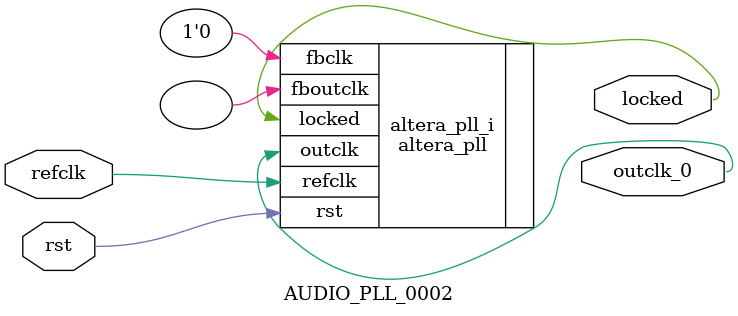
<source format=v>
`timescale 1ns/10ps
module  AUDIO_PLL_0002(

	// interface 'refclk'
	input wire refclk,

	// interface 'reset'
	input wire rst,

	// interface 'outclk0'
	output wire outclk_0,

	// interface 'locked'
	output wire locked
);

	altera_pll #(
		.fractional_vco_multiplier("false"),
		.reference_clock_frequency("50.0 MHz"),
		.operation_mode("direct"),
		.number_of_clocks(1),
		.output_clock_frequency0("1.531995 MHz"),
		.phase_shift0("0 ps"),
		.duty_cycle0(50),
		.output_clock_frequency1("0 MHz"),
		.phase_shift1("0 ps"),
		.duty_cycle1(50),
		.output_clock_frequency2("0 MHz"),
		.phase_shift2("0 ps"),
		.duty_cycle2(50),
		.output_clock_frequency3("0 MHz"),
		.phase_shift3("0 ps"),
		.duty_cycle3(50),
		.output_clock_frequency4("0 MHz"),
		.phase_shift4("0 ps"),
		.duty_cycle4(50),
		.output_clock_frequency5("0 MHz"),
		.phase_shift5("0 ps"),
		.duty_cycle5(50),
		.output_clock_frequency6("0 MHz"),
		.phase_shift6("0 ps"),
		.duty_cycle6(50),
		.output_clock_frequency7("0 MHz"),
		.phase_shift7("0 ps"),
		.duty_cycle7(50),
		.output_clock_frequency8("0 MHz"),
		.phase_shift8("0 ps"),
		.duty_cycle8(50),
		.output_clock_frequency9("0 MHz"),
		.phase_shift9("0 ps"),
		.duty_cycle9(50),
		.output_clock_frequency10("0 MHz"),
		.phase_shift10("0 ps"),
		.duty_cycle10(50),
		.output_clock_frequency11("0 MHz"),
		.phase_shift11("0 ps"),
		.duty_cycle11(50),
		.output_clock_frequency12("0 MHz"),
		.phase_shift12("0 ps"),
		.duty_cycle12(50),
		.output_clock_frequency13("0 MHz"),
		.phase_shift13("0 ps"),
		.duty_cycle13(50),
		.output_clock_frequency14("0 MHz"),
		.phase_shift14("0 ps"),
		.duty_cycle14(50),
		.output_clock_frequency15("0 MHz"),
		.phase_shift15("0 ps"),
		.duty_cycle15(50),
		.output_clock_frequency16("0 MHz"),
		.phase_shift16("0 ps"),
		.duty_cycle16(50),
		.output_clock_frequency17("0 MHz"),
		.phase_shift17("0 ps"),
		.duty_cycle17(50),
		.pll_type("General"),
		.pll_subtype("General")
	) altera_pll_i (
		.rst	(rst),
		.outclk	({outclk_0}),
		.locked	(locked),
		.fboutclk	( ),
		.fbclk	(1'b0),
		.refclk	(refclk)
	);
endmodule


</source>
